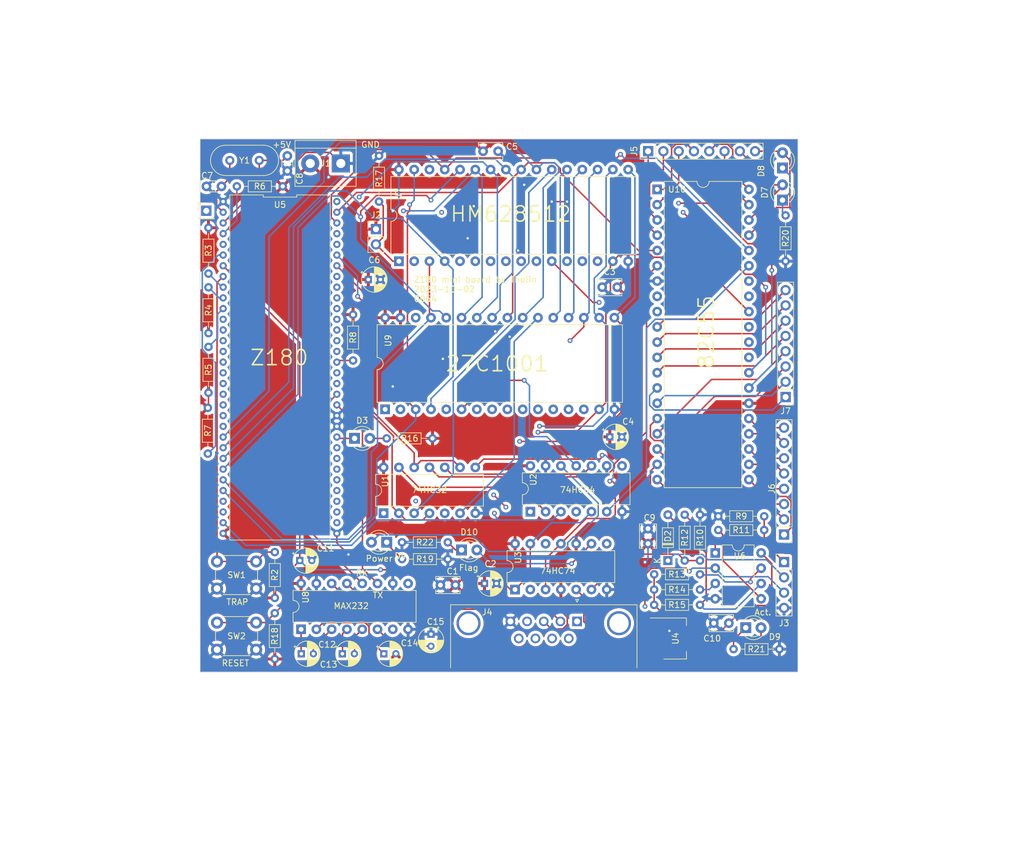
<source format=kicad_pcb>
(kicad_pcb (version 20221018) (generator pcbnew)
  (layers (0 "F.Cu" signal) (1 "In1.Cu" signal) (2 "In2.Cu" signal) (31 "B.Cu" signal) (34 "B.Paste" user) (35 "F.Paste" user) (36 "B.SilkS" user "B.Silkscreen") (37 "F.SilkS" user "F.Silkscreen") (38 "B.Mask" user) (39 "F.Mask" user) (44 "Edge.Cuts" user))
  (net 0 "")
  (net 1 "GND")
  (net 2 "+5V")
  (net 3 "Net-(U5-XTAL)")
  (net 4 "Net-(U5-EXTAL)")
  (net 5 "+3.3V")
  (net 6 "~{RESET}")
  (net 7 "Net-(U8-C1+)")
  (net 8 "Net-(U8-C1-)")
  (net 9 "Net-(U8-C2-)")
  (net 10 "Net-(U8-C2+)")
  (net 11 "Net-(U8-VS+)")
  (net 12 "Net-(U8-VS-)")
  (net 13 "ROMCLK")
  (net 14 "Net-(D2-A)")
  (net 15 "Net-(D3-K)")
  (net 16 "Net-(D3-A)")
  (net 17 "Net-(D4-K)")
  (net 18 "Net-(D4-A)")
  (net 19 "Net-(D7-A)")
  (net 20 "Net-(D8-A)")
  (net 21 "Net-(D9-K)")
  (net 22 "Net-(D9-A)")
  (net 23 "Net-(D10-K)")
  (net 24 "Net-(D10-A)")
  (net 25 "Net-(J2-Pin_2)")
  (net 26 "ROMDI")
  (net 27 "ROMDO")
  (net 29 "Net-(U8-T1OUT)")
  (net 30 "Net-(U8-R1IN)")
  (net 36 "Net-(J5-Pin_1)")
  (net 37 "Net-(J5-Pin_2)")
  (net 38 "Net-(J5-Pin_3)")
  (net 39 "Net-(J5-Pin_4)")
  (net 40 "Net-(J6-Pin_1)")
  (net 41 "Net-(J6-Pin_2)")
  (net 42 "Net-(J6-Pin_3)")
  (net 43 "Net-(J6-Pin_4)")
  (net 44 "Net-(J6-Pin_5)")
  (net 45 "Net-(J6-Pin_6)")
  (net 46 "Net-(J6-Pin_7)")
  (net 47 "Net-(J6-Pin_8)")
  (net 48 "Net-(J7-Pin_1)")
  (net 49 "Net-(J7-Pin_2)")
  (net 50 "Net-(J7-Pin_3)")
  (net 51 "Net-(J7-Pin_4)")
  (net 52 "Net-(J7-Pin_5)")
  (net 53 "Net-(J7-Pin_6)")
  (net 54 "Net-(J7-Pin_7)")
  (net 55 "Net-(J7-Pin_8)")
  (net 56 "~{NMI}")
  (net 57 "~{INT0}")
  (net 58 "~{INT1}")
  (net 59 "~{INT2}")
  (net 60 "Net-(U5-~{WAIT})")
  (net 61 "Net-(U5-~{BUSREQ})")
  (net 62 "Net-(U5-RXA1)")
  (net 63 "~{ROMCS}")
  (net 64 "Net-(U6-DI)")
  (net 65 "Net-(U6-~{CS})")
  (net 66 "Net-(U6-~{HOLD})")
  (net 67 "Net-(U6-~{WP})")
  (net 68 "A18")
  (net 69 "~{MREQ}")
  (net 70 "Net-(U7-~{CS})")
  (net 71 "Net-(U1-Pad1)")
  (net 72 "Net-(U9-CE)")
  (net 74 "~{IOREQ}")
  (net 75 "Net-(U1-Pad10)")
  (net 76 "Net-(U10-~{CS})")
  (net 77 "Net-(U1-Pad13)")
  (net 78 "A5")
  (net 79 "Net-(U10-RESET)")
  (net 80 "Net-(U3A-C)")
  (net 81 "A6")
  (net 82 "D0")
  (net 84 "D1")
  (net 87 "A0")
  (net 88 "A1")
  (net 89 "A2")
  (net 90 "A3")
  (net 91 "A4")
  (net 92 "A7")
  (net 93 "A8")
  (net 94 "A9")
  (net 95 "A10")
  (net 96 "A11")
  (net 97 "A12")
  (net 98 "A13")
  (net 99 "A14")
  (net 100 "A15")
  (net 101 "A16")
  (net 102 "A17")
  (net 103 "D2")
  (net 104 "D3")
  (net 105 "D4")
  (net 106 "D5")
  (net 107 "D6")
  (net 108 "D7")
  (net 109 "TX0")
  (net 110 "RX0")
  (net 120 "~{WR}")
  (net 121 "~{RD}")
  (net 122 "CLK")
  (net 127 "Net-(D7-K)")
  (net 128 "Net-(J5-Pin_6)")
  (net 129 "Net-(J5-Pin_5)")
  (footprint "Capacitor_THT:CP_Radial_D4.0mm_P2.00mm" (layer "F.Cu") (at 120.65 96.52)
    (fp_text reference "C4")
    (fp_text value "1µF")
  )
  (footprint "Package_DIP:DIP-32_W15.24mm" (layer "F.Cu") (at 83.312 91.948 90)
    (fp_text reference "U9")
    (fp_text value "SST39SF010")
  )
  (footprint "Resistor_THT:R_Axial_DIN0204_L3.6mm_D1.6mm_P7.62mm_Horizontal" (layer "F.Cu") (at 128.016 124.46)
    (fp_text reference "R15")
    (fp_text value "1K")
  )
  (footprint "Package_TO_SOT_SMD:SOT-223-3_TabPin2" (layer "F.Cu") (at 131.47 130.048)
    (fp_text reference "U4")
    (fp_text value "AMS1117-3.3")
  )
  (footprint "Package_DIP:DIP-32_W15.24mm" (layer "F.Cu") (at 85.598 67.315 90)
    (fp_text reference "U7")
    (fp_text value "HM628512")
  )
  (footprint "Crystal:Crystal_HC18-U_Vertical" (layer "F.Cu") (at 62.394 50.546 180)
    (fp_text reference "Y1")
    (fp_text value "6MHz")
  )
  (footprint "Resistor_THT:R_Axial_DIN0204_L3.6mm_D1.6mm_P7.62mm_Horizontal" (layer "F.Cu") (at 133.096 109.474 -90)
    (fp_text reference "R12")
    (fp_text value "1K")
  )
  (footprint "Capacitor_THT:C_Disc_D3.0mm_W1.6mm_P2.50mm" (layer "F.Cu") (at 67.056 52.304 90)
    (fp_text reference "C8")
    (fp_text value "22pF")
  )
  (footprint "Connector_Dsub:DSUB-9_Female_Horizontal_P2.77x2.84mm_EdgePinOffset4.94mm_Housed_MountingHolesOffset7.48mm" (layer "F.Cu") (at 115.214 127.208)
    (fp_text reference "J4")
    (fp_text value "DE9_Receptacle")
  )
  (footprint "TerminalBlock:TerminalBlock_bornier-2_P5.08mm" (layer "F.Cu") (at 75.946 51.054 180)
    (fp_text reference "J1")
    (fp_text value "Screw_Terminal_01x02")
  )
  (footprint "Resistor_THT:R_Axial_DIN0204_L3.6mm_D1.6mm_P7.62mm_Horizontal" (layer "F.Cu") (at 86.111 116.85)
    (fp_text reference "R19")
    (fp_text value "4.7K")
  )
  (footprint "Resistor_THT:R_Axial_DIN0204_L3.6mm_D1.6mm_P7.62mm_Horizontal" (layer "F.Cu") (at 53.952 81.562 -90)
    (fp_text reference "R5")
    (fp_text value "4.7K")
  )
  (footprint "Resistor_THT:R_Axial_DIN0204_L3.6mm_D1.6mm_P7.62mm_Horizontal" (layer "F.Cu") (at 64.972 125.844 -90)
    (fp_text reference "R18")
    (fp_text value "4.7K")
  )
  (footprint "Package_DIP:DIP-14_W7.62mm" (layer "F.Cu") (at 104.897 121.91 90)
    (fp_text reference "U3")
    (fp_text value "74HC74")
  )
  (footprint "Resistor_THT:R_Axial_DIN0204_L3.6mm_D1.6mm_P7.62mm_Horizontal" (layer "F.Cu") (at 138.684 109.728)
    (fp_text reference "R9")
    (fp_text value "1K")
  )
  (footprint "Resistor_THT:R_Axial_DIN0204_L3.6mm_D1.6mm_P7.62mm_Horizontal" (layer "F.Cu") (at 77.978 83.82 90)
    (fp_text reference "R8")
    (fp_text value "4.7K")
  )
  (footprint "Capacitor_THT:CP_Radial_D4.0mm_P2.00mm" (layer "F.Cu") (at 80.518 70.358)
    (fp_text reference "C6")
    (fp_text value "1µF")
  )
  (footprint "Connector_PinHeader_2.54mm:PinHeader_1x08_P2.54mm_Vertical" (layer "F.Cu") (at 149.86 89.901 180)
    (fp_text reference "J7")
    (fp_text value "Conn_01x08")
  )
  (footprint "LED_THT:LED_D3.0mm" (layer "F.Cu") (at 149.352 57.155 90)
    (fp_text reference "D7")
    (fp_text value "LED")
  )
  (footprint "Capacitor_THT:CP_Radial_D4.0mm_P2.00mm" (layer "F.Cu") (at 69.131401 117.094)
    (fp_text reference "C11")
    (fp_text value "10µF")
  )
  (footprint "Resistor_THT:R_Axial_DIN0204_L3.6mm_D1.6mm_P7.62mm_Horizontal" (layer "F.Cu") (at 82.296 49.784 -90)
    (fp_text reference "R17")
    (fp_text value "4.7K")
  )
  (footprint "Capacitor_THT:C_Disc_D3.8mm_W2.6mm_P2.50mm" (layer "F.Cu") (at 102.088 49.022 180)
    (fp_text reference "C5")
    (fp_text value "100nF")
  )
  (footprint "Capacitor_THT:CP_Radial_D4.0mm_P2.00mm" (layer "F.Cu") (at 83.1014 132.588)
    (fp_text reference "C14")
    (fp_text value "10µF")
  )
  (footprint "Capacitor_THT:C_Disc_D3.8mm_W2.6mm_P2.50mm" (layer "F.Cu") (at 137.932 127.498)
    (fp_text reference "C10")
    (fp_text value "100nF")
  )
  (footprint "Connector_PinHeader_2.54mm:PinHeader_1x08_P2.54mm_Vertical" (layer "F.Cu") (at 127.015 49.022 90)
    (fp_text reference "J5")
    (fp_text value "Conn_01x08")
  )
  (footprint "Resistor_THT:R_Axial_DIN0204_L3.6mm_D1.6mm_P7.62mm_Horizontal" (layer "F.Cu") (at 135.636 121.92 180)
    (fp_text reference "R14")
    (fp_text value "4.7K")
  )
  (footprint "Resistor_THT:R_Axial_DIN0204_L3.6mm_D1.6mm_P7.62mm_Horizontal" (layer "F.Cu") (at 66.294 54.864 180)
    (fp_text reference "R6")
    (fp_text value "4.7K")
  )
  (footprint "Package_DIP:DIP-14_W7.62mm" (layer "F.Cu") (at 107.442 108.966 90)
    (fp_text reference "U2")
    (fp_text value "74HC04")
  )
  (footprint "Diode_THT:D_DO-34_SOD68_P7.62mm_Horizontal" (layer "F.Cu") (at 130.302 117.099 90)
    (fp_text reference "D2")
    (fp_text value "1N4148")
  )
  (footprint "Capacitor_THT:CP_Radial_D4.0mm_P2.00mm" (layer "F.Cu") (at 90.932 129.329401 -90)
    (fp_text reference "C15")
    (fp_text value "10µF")
  )
  (footprint "Button_Switch_THT:SW_PUSH_6mm" (layer "F.Cu") (at 55.372 117.244)
    (fp_text reference "SW1")
    (fp_text value "SW_Push")
  )
  (footprint "Connector_PinHeader_2.54mm:PinHeader_1x02_P2.54mm_Vertical" (layer "F.Cu") (at 81.788 61.976)
    (fp_text reference "J2")
    (fp_text value "Conn_01x02_Pin")
  )
  (footprint "Resistor_THT:R_Axial_DIN0204_L3.6mm_D1.6mm_P7.62mm_Horizontal" (layer "F.Cu") (at 149.86 59.69 -90)
    (fp_text reference "R20")
    (fp_text value "4.7K")
  )
  (footprint "Package_DIP:DIP-40_W15.24mm" (layer "F.Cu") (at 128.524 55.372)
    (fp_text reference "U10")
    (fp_text value "82C55A")
  )
  (footprint "Resistor_THT:R_Axial_DIN0204_L3.6mm_D1.6mm_P7.62mm_Horizontal" (layer "F.Cu") (at 53.848 91.694 -90)
    (fp_text reference "R7")
    (fp_text value "4.7K")
  )
  (footprint "Button_Switch_THT:SW_PUSH_6mm" (layer "F.Cu") (at 55.372 127.404)
    (fp_text reference "SW2")
    (fp_text value "SW_Push")
  )
  (footprint "LED_THT:LED_D3.0mm" (layer "F.Cu") (at 78.227 96.774)
    (fp_text reference "D3")
    (fp_text value "LED")
  )
  (footprint "Capacitor_THT:C_Disc_D3.8mm_W2.6mm_P2.50mm" (layer "F.Cu") (at 119.38 71.628)
    (fp_text reference "C3")
    (fp_text value "100nF")
  )
  (footprint "Package_DIP:DIP-8_W7.62mm" (layer "F.Cu") (at 138.176 115.824)
    (fp_text reference "U6")
    (fp_text value "W25Q32")
  )
  (footprint "Resistor_THT:R_Axial_DIN0204_L3.6mm_D1.6mm_P7.62mm_Horizontal" (layer "F.Cu") (at 83.566 96.774)
    (fp_text reference "R16")
    (fp_text value "4.7K")
  )
  (footprint "Capacitor_THT:CP_Radial_D4.0mm_P2.00mm" (layer "F.Cu") (at 69.385401 132.588)
    (fp_text reference "C12")
    (fp_text value "10µF")
  )
  (footprint "LED_THT:LED_D3.0mm" (layer "F.Cu") (at 96.012 115.326)
    (fp_text reference "D10")
    (fp_text value "LED")
  )
  (footprint "Capacitor_THT:C_Disc_D3.8mm_W2.6mm_P2.50mm" (layer "F.Cu") (at 127 111.78 -90)
    (fp_text reference "C9")
    (fp_text value "100nF")
  )
  (footprint "Package_DIP:DIP-14_W7.62mm" (layer "F.Cu") (at 83.058 109.22 90)
    (fp_text reference "U1")
    (fp_text value "74HC32")
  )
  (footprint "LED_THT:LED_D3.0mm" (layer "F.Cu") (at 149.352 51.816 90)
    (fp_text reference "D8")
    (fp_text value "LED")
  )
  (footprint "Capacitor_THT:CP_Radial_D4.0mm_P2.00mm" (layer "F.Cu") (at 99.822 120.904)
    (fp_text reference "C2")
    (fp_text value "1µF")
  )
  (footprint "Resistor_THT:R_Axial_DIN0204_L3.6mm_D1.6mm_P7.62mm_Horizontal" (layer "F.Cu") (at 135.636 119.38 180)
    (fp_text reference "R13")
    (fp_text value "4.7K")
  )
  (footprint "Resistor_THT:R_Axial_DIN0204_L3.6mm_D1.6mm_P7.62mm_Horizontal" (layer "F.Cu") (at 53.952 71.656 -90)
    (fp_text reference "R4")
    (fp_text value "4.7K")
  )
  (footprint "Connector_PinHeader_2.54mm:PinHeader_1x08_P2.54mm_Vertical" (layer "F.Cu") (at 149.606 112.776 180)
    (fp_text reference "J6")
    (fp_text value "Conn_01x08")
  )
  (footprint "Resistor_THT:R_Axial_DIN0204_L3.6mm_D1.6mm_P7.62mm_Horizontal" (layer "F.Cu") (at 135.636 117.094 90)
    (fp_text reference "R10")
    (fp_text value "1K")
  )
  (footprint "Capacitor_THT:C_Disc_D3.0mm_W1.6mm_P2.50mm" (layer "F.Cu") (at 53.614 54.864)
    (fp_text reference "C7")
    (fp_text value "22pF")
  )
  (footprint "Capacitor_THT:CP_Radial_D4.0mm_P2.00mm" (layer "F.Cu") (at 76.2 132.588)
    (fp_text reference "C13")
    (fp_text value "10µF")
  )
  (footprint "TholinsStuff:DIP-64_744" (layer "F.Cu") (at 65.838 84.982 -90)
    (fp_text reference "U5")
    (fp_text value "Z180")
  )
  (footprint "Capacitor_THT:C_Disc_D3.8mm_W2.6mm_P2.50mm" (layer "F.Cu") (at 92.496 121.158)
    (fp_text reference "C1")
    (fp_text value "100nF")
  )
  (footprint "LED_THT:LED_D3.0mm" (layer "F.Cu") (at 143.241 128.26)
    (fp_text reference "D9")
    (fp_text value "LED")
  )
  (footprint "Resistor_THT:R_Axial_DIN0204_L3.6mm_D1.6mm_P7.62mm_Horizontal" (layer "F.Cu") (at 53.952 69.37 90)
    (fp_text reference "R3")
    (fp_text value "4.7K")
  )
  (footprint "Resistor_THT:R_Axial_DIN0204_L3.6mm_D1.6mm_P7.62mm_Horizontal" (layer "F.Cu") (at 141.214 131.816)
    (fp_text reference "R21")
    (fp_text value "4.7K")
  )
  (footprint "Resistor_THT:R_Axial_DIN0204_L3.6mm_D1.6mm_P7.62mm_Horizontal" (layer "F.Cu") (at 138.684 112.014)
    (fp_text reference "R11")
    (fp_text value "1K")
  )
  (footprint "Package_DIP:DIP-16_W7.62mm" (layer "F.Cu") (at 69.342 128.524 90)
    (fp_text reference "U8")
    (fp_text value "MAX232")
  )
  (footprint "Connector_PinHeader_2.54mm:PinHeader_1x01_P2.54mm_Vertical" (layer "F.Cu") (at 53.594 58.928)
    (fp_text reference "J8" hide)
    (fp_text value "Conn_01x01" hide)
  )
  (footprint "Connector_PinHeader_2.54mm:PinHeader_1x04_P2.54mm_Vertical" (layer "F.Cu") (at 149.606 117.348)
    (fp_text reference "J3")
    (fp_text value "Conn_01x04")
  )
  (footprint "LED_THT:LED_D3.0mm" (layer "F.Cu") (at 83.571 114.046 180)
    (fp_text reference "D4")
    (fp_text value "LED")
  )
  (footprint "Resistor_THT:R_Axial_DIN0204_L3.6mm_D1.6mm_P7.62mm_Horizontal" (layer "F.Cu") (at 64.972 115.684 -90)
    (fp_text reference "R2")
    (fp_text value "4.7K")
  )
  (footprint "Resistor_THT:R_Axial_DIN0204_L3.6mm_D1.6mm_P7.62mm_Horizontal" (layer "F.Cu") (at 93.731 114.056 180)
    (fp_text reference "R22")
    (fp_text value "4.7K")
  )
  (gr_rect (start 52.578 46.99) (end 151.892 135.636) (stroke (width 0.1)) (fill none) (layer "Edge.Cuts"))
  (gr_text "RX" (at 78.359 119.761) (layer "F.SilkS") (effects (font (size 1 1)) (justify left bottom)))
  (gr_text "TX" (at 81.153 123.444) (layer "F.SilkS") (effects (font (size 1 1)) (justify left bottom)))
  (gr_text "Power" (at 80.01 117.348) (layer "F.SilkS") (effects (font (size 1 1)) (justify left bottom)))
  (gr_text "Flag" (at 95.504 118.872) (layer "F.SilkS") (effects (font (size 1 1)) (justify left bottom)))
  (gr_text "74HC32" (at 87.63 105.918) (layer "F.SilkS") (effects (font (size 1 1)) (justify left bottom)))
  (gr_text "82C55" (at 138.176 85.344 90) (layer "F.SilkS") (effects (font (size 2.54 2.54) (thickness 0.254)) (justify left bottom)))
  (gr_text "74HC04" (at 112.268 105.918) (layer "F.SilkS") (effects (font (size 1 1)) (justify left bottom)))
  (gr_text "RESET" (at 56.082 134.734) (layer "F.SilkS") (effects (font (size 1 1)) (justify left bottom)))
  (gr_text "27C1001" (at 93.218 85.852) (layer "F.SilkS") (effects (font (size 2.54 2.54) (thickness 0.254)) (justify left bottom)))
  (gr_text "HM628512" (at 93.98 60.96) (layer "F.SilkS") (effects (font (size 2.54 2.54) (thickness 0.254)) (justify left bottom)))
  (gr_text "74HC74" (at 108.966 119.38) (layer "F.SilkS") (effects (font (size 1 1)) (justify left bottom)))
  (gr_text "Z180 mini board by Tholin\n2023-10-02\n0064" (at 88.011 74.168) (layer "F.SilkS") (effects (font (size 1 1)) (justify left bottom)))
  (gr_text "Act." (at 144.607487 126.272341) (layer "F.SilkS") (effects (font (size 1 1)) (justify left bottom)))
  (gr_text "GND" (at 79.248 48.514) (layer "F.SilkS") (effects (font (size 1 1)) (justify left bottom)))
  (gr_text "Z180" (at 60.706 84.836) (layer "F.SilkS") (effects (font (size 2.54 2.54) (thickness 0.254)) (justify left bottom)))
  (gr_text "MAX232" (at 74.676 125.222) (layer "F.SilkS") (effects (font (size 1 1)) (justify left bottom)))
  (gr_text "TRAP" (at 56.844 124.574) (layer "F.SilkS") (effects (font (size 1 1)) (justify left bottom)))
  (gr_text "+5V" (at 64.516 48.514) (layer "F.SilkS") (effects (font (size 1 1)) (justify left bottom)))
  (segment (start 70.11006 49.229) (end 67.056 52.28306) (width 0.25) (layer "F.Cu") (net 1))
  (segment (start 129.526 127.748) (end 130.556 128.778) (width 0.25) (layer "F.Cu") (net 1))
  (segment (start 75.288 114.15) (end 77.216 116.078) (width 0.25) (layer "F.Cu") (net 1))
  (segment (start 67.056 52.28306) (end 67.056 52.304) (width 0.25) (layer "F.Cu") (net 1))
  (segment (start 110.998 57.404) (end 113.538 57.404) (width 0.25) (layer "F.Cu") (net 1))
  (segment (start 75.946 51.054) (end 74.121 49.229) (width 0.25) (layer "F.Cu") (net 1))
  (segment (start 128.32 127.748) (end 129.526 127.748) (width 0.25) (layer "F.Cu") (net 1))
  (segment (start 74.121 49.229) (end 70.11006 49.229) (width 0.25) (layer "F.Cu") (net 1))
  (segment (start 75.288 112.572) (end 75.288 114.15) (width 0.25) (layer "F.Cu") (net 1))
  (via (at 105.41 65.532) (size 0.8) (drill 0.4) (layers "F.Cu" "B.Cu") (net 1))
  (via (at 130.556 128.778) (size 0.8) (drill 0.4) (layers "F.Cu" "B.Cu") (net 1))
  (via (at 84.582 88.138) (size 0.8) (drill 0.4) (layers "F.Cu" "B.Cu") (net 1))
  (via (at 92.899417 83.550245) (size 0.8) (drill 0.4) (layers "F.Cu" "B.Cu") (net 1))
  (via (at 113.538 57.404) (size 0.8) (drill 0.4) (layers "F.Cu" "B.Cu") (net 1))
  (via (at 110.998 57.404) (size 0.8) (drill 0.4) (layers "F.Cu" "B.Cu") (net 1))
  (via (at 77.216 116.078) (size 0.8) (drill 0.4) (layers "F.Cu" "B.Cu") (net 1))
  (via (at 106.426 54.61) (size 0.8) (drill 0.4) (layers "F.Cu" "B.Cu") (net 1))
  (via (at 98.044 58.166) (size 0.8) (drill 0.4) (layers "F.Cu" "B.Cu") (net 1))
  (via (at 104.000251 79.865321) (size 0.8) (drill 0.4) (layers "F.Cu" "B.Cu") (net 1))
  (via (at 101.6 78.994) (size 0.8) (drill 0.4) (layers "F.Cu" "B.Cu") (net 1))
  (via (at 97.028 63.5) (size 0.8) (drill 0.4) (layers "F.Cu" "B.Cu") (net 1))
  (segment (start 53.952 91.59) (end 53.848 91.694) (width 0.25) (layer "F.Cu") (net 2))
  (segment (start 53.952 89.182) (end 53.952 91.59) (width 0.25) (layer "F.Cu") (net 2))
  (via (at 126.492 117.348) (size 0.8) (drill 0.4) (layers "F.Cu" "B.Cu") (net 2))
  (via (at 84.582 58.928) (size 0.8) (drill 0.4) (layers "F.Cu" "B.Cu") (net 2))
  (via (at 73.914 53.34) (size 0.8) (drill 0.4) (layers "F.Cu" "B.Cu") (net 2))
  (segment (start 127 116.84) (end 126.492 117.348) (width 0.25) (layer "B.Cu") (net 2))
  (segment (start 85.598 52.075) (end 85.598 57.912) (width 0.25) (layer "B.Cu") (net 2))
  (segment (start 127 114.28) (end 127 116.84) (width 0.25) (layer "B.Cu") (net 2))
  (segment (start 85.598 57.912) (end 84.582 58.928) (width 0.25) (layer "B.Cu") (net 2))
  (segment (start 55.314001 58.098001) (end 56.388 59.172) (width 0.25) (layer "F.Cu") (net 3))
  (segment (start 57.494 50.546) (end 57.494 53.484) (width 0.25) (layer "F.Cu") (net 3))
  (segment (start 57.494 53.484) (end 56.114 54.864) (width 0.25) (layer "F.Cu") (net 3))
  (segment (start 55.314001 55.663999) (end 55.314001 58.098001) (width 0.25) (layer "F.Cu") (net 3))
  (segment (start 56.114 54.864) (end 55.314001 55.663999) (width 0.25) (layer "F.Cu") (net 3))
  (segment (start 66.314 50.546) (end 67.056 49.804) (width 0.25) (layer "F.Cu") (net 4))
  (segment (start 62.394 50.546) (end 62.394 54.946) (width 0.25) (layer "F.Cu") (net 4))
  (segment (start 62.394 54.946) (end 56.388 60.952) (width 0.25) (layer "F.Cu") (net 4))
  (segment (start 62.394 50.546) (end 66.314 50.546) (width 0.25) (layer "F.Cu") (net 4))
  (segment (start 140.432 127.498) (end 143.361 124.569) (width 0.25) (layer "F.Cu") (net 5))
  (segment (start 147.574 123.698) (end 147.574 117.602) (width 0.25) (layer "F.Cu") (net 5))
  (segment (start 128.016 121.92) (end 128.016 124.46) (width 0.25) (layer "F.Cu") (net 5))
  (segment (start 143.361 124.569) (end 146.703 124.569) (width 0.25) (layer "F.Cu") (net 5))
  (segment (start 128.016 119.38) (end 128.016 121.92) (width 0.25) (layer "F.Cu") (net 5))
  (segment (start 134.62 130.048) (end 128.32 130.048) (width 0.25) (layer "F.Cu") (net 5))
  (segment (start 146.703 124.569) (end 147.574 123.698) (width 0.25) (layer "F.Cu") (net 5))
  (segment (start 134.62 130.048) (end 137.882 130.048) (width 0.25) (layer "F.Cu") (net 5))
  (segment (start 128.016 124.46) (end 133.604 130.048) (width 0.25) (layer "F.Cu") (net 5))
  (segment (start 137.882 130.048) (end 140.432 127.498) (width 0.25) (layer "F.Cu") (net 5))
  (segment (start 133.604 130.048) (end 134.62 130.048) (width 0.25) (layer "F.Cu") (net 5))
  (segment (start 147.574 117.602) (end 145.796 115.824) (width 0.25) (layer "F.Cu") (net 5))
  (segment (start 63.412 127.404) (end 64.972 125.844) (width 0.25) (layer "F.Cu") (net 6))
  (segment (start 107.437 114.29) (end 107.437 119.37) (width 0.25) (layer "F.Cu") (net 6))
  (segment (start 66.802 124.014) (end 66.802 119.423401) (width 0.25) (layer "F.Cu") (net 6))
  (segment (start 69.131401 117.094) (end 69.131401 80.815401) (width 0.25) (layer "F.Cu") (net 6))
  (segment (start 107.437 119.37) (end 104.897 121.91) (width 0.25) (layer "F.Cu") (net 6))
  (segment (start 64.972 125.844) (end 66.802 124.014) (width 0.25) (layer "F.Cu") (net 6))
  (segment (start 100.844148 118.618) (end 82.55 118.618) (width 0.25) (layer "F.Cu") (net 6))
  (segment (start 104.897 121.91) (end 104.136148 121.91) (width 0.25) (layer "F.Cu") (net 6))
  (segment (start 61.872 127.404) (end 63.412 127.404) (width 0.25) (layer "F.Cu") (net 6))
  (segment (start 69.131401 80.815401) (end 56.388 68.072) (width 0.25) (layer "F.Cu") (net 6))
  (segment (start 104.136148 121.91) (end 100.844148 118.618) (width 0.25) (layer "F.Cu") (net 6))
  (segment (start 55.372 127.404) (end 61.872 127.404) (width 0.25) (layer "F.Cu") (net 6))
  (segment (start 66.802 119.423401) (end 69.131401 117.094) (width 0.25) (layer "F.Cu") (net 6))
  (via (at 82.55 118.618) (size 0.8) (drill 0.4) (layers "F.Cu" "B.Cu") (net 6))
  (segment (start 70.655401 118.618) (end 69.131401 117.094) (width 0.25) (layer "B.Cu") (net 6))
  (segment (start 115.773 110.795) (end 110.932 110.795) (width 0.25) (layer "B.Cu") (net 6))
  (segment (start 117.602 108.966) (end 115.773 110.795) (width 0.25) (layer "B.Cu") (net 6))
  (segment (start 110.932 110.795) (end 107.437 114.29) (width 0.25) (layer "B.Cu") (net 6))
  (segment (start 82.55 118.618) (end 70.655401 118.618) (width 0.25) (layer "B.Cu") (net 6))
  (segment (start 69.342 132.544599) (end 69.385401 132.588) (width 0.25) (layer "F.Cu") (net 7))
  (segment (start 69.342 128.524) (end 69.342 132.544599) (width 0.25) (layer "F.Cu") (net 7))
  (segment (start 71.385401 131.560599) (end 74.422 128.524) (width 0.25) (layer "F.Cu") (net 8))
  (segment (start 71.385401 132.588) (end 71.385401 131.560599) (width 0.25) (layer "F.Cu") (net 8))
  (segment (start 78.232 132.588) (end 78.232 129.794) (width 0.25) (layer "F.Cu") (net 9))
  (segment (start 78.232 129.794) (end 79.502 128.524) (width 0.25) (layer "F.Cu") (net 9))
  (segment (start 76.232 129.254) (end 76.962 128.524) (width 0.25) (layer "F.Cu") (net 10))
  (segment (start 76.232 132.588) (end 76.232 129.254) (width 0.25) (layer "F.Cu") (net 10))
  (segment (start 79.967991 127.399) (end 80.627 128.058009) (width 0.25) (layer "F.Cu") (net 11))
  (segment (start 80.627 128.058009) (end 80.627 130.1136) (width 0.25) (layer "F.Cu") (net 11))
  (segment (start 73.007 127.399) (end 79.967991 127.399) (width 0.25) (layer "F.Cu") (net 11))
  (segment (start 71.882 128.524) (end 73.007 127.399) (width 0.25) (layer "F.Cu") (net 11))
  (segment (start 80.627 130.1136) (end 83.1014 132.588) (width 0.25) (layer "F.Cu") (net 11))
  (segment (start 82.042 128.524) (end 84.847401 131.329401) (width 0.25) (layer "F.Cu") (net 12))
  (segment (start 84.847401 131.329401) (end 90.932 131.329401) (width 0.25) (layer "F.Cu") (net 12))
  (segment (start 136.060569 116.069) (end 131.332 116.069) (width 0.25) (layer "B.Cu") (net 13))
  (segment (start 136.940569 116.949) (end 136.060569 116.069) (width 0.25) (layer "B.Cu") (net 13))
  (segment (start 131.332 116.069) (end 130.302 117.099) (width 0.25) (layer "B.Cu") (net 13))
  (segment (start 146.667 116.949) (end 136.940569 116.949) (width 0.25) (layer "B.Cu") (net 13))
  (segment (start 149.606 119.888) (end 146.667 116.949) (width 0.25) (layer "B.Cu") (net 13))
  (segment (start 136.661 115.838) (end 136.661 123.435) (width 0.25) (layer "F.Cu") (net 14))
  (segment (start 136.661 123.435) (end 135.636 124.46) (width 0.25) (layer "F.Cu") (net 14))
  (segment (start 130.302 109.479) (end 136.661 115.838) (width 0.25) (layer "F.Cu") (net 14))
  (segment (start 141.54 125.16) (end 145.796 120.904) (width 0.25) (layer "B.Cu") (net 14))
  (segment (start 136.336 125.16) (end 141.54 125.16) (width 0.25) (layer "B.Cu") (net 14))
  (segment (start 135.636 124.46) (end 136.336 125.16) (width 0.25) (layer "B.Cu") (net 14))
  (segment (start 78.227 96.774) (end 75.51 96.774) (width 0.25) (layer "F.Cu") (net 15))
  (segment (start 75.51 96.774) (end 75.288 96.552) (width 0.25) (layer "F.Cu") (net 15))
  (segment (start 80.767 96.774) (end 83.566 96.774) (width 0.25) (layer "F.Cu") (net 16))
  (segment (start 83.571 114.046) (end 83.571 114.31) (width 0.25) (layer "F.Cu") (net 17))
  (segment (start 83.571 114.31) (end 86.111 116.85) (width 0.25) (layer "F.Cu") (net 17))
  (segment (start 100.528412 115.57) (end 97.779412 112.821) (width 0.25) (layer "B.Cu") (net 18))
  (segment (start 118.727 109.619) (end 115.181 113.165) (width 0.25) (layer "B.Cu") (net 18))
  (segment (start 97.779412 112.821) (end 82.256 112.821) (width 0.25) (layer "B.Cu") (net 18))
  (segment (start 113.642 114.755991) (end 112.827991 115.57) (width 0.25) (layer "B.Cu") (net 18))
  (segment (start 115.181 113.165) (end 114.591009 113.165) (width 0.25) (layer "B.Cu") (net 18))
  (segment (start 112.522 101.346) (end 118.727 107.551) (width 0.25) (layer "B.Cu") (net 18))
  (segment (start 118.727 107.551) (end 118.727 109.619) (width 0.25) (layer "B.Cu") (net 18))
  (segment (start 114.591009 113.165) (end 113.642 114.114009) (width 0.25) (layer "B.Cu") (net 18))
  (segment (start 112.827991 115.57) (end 100.528412 115.57) (width 0.25) (layer "B.Cu") (net 18))
  (segment (start 113.642 114.114009) (end 113.642 114.755991) (width 0.25) (layer "B.Cu") (net 18))
  (segment (start 82.256 112.821) (end 81.031 114.046) (width 0.25) (layer "B.Cu") (net 18))
  (segment (start 149.352 54.864) (end 149.352 54.615) (width 0.25) (layer "F.Cu") (net 19))
  (segment (start 147.848 54.615) (end 149.352 54.615) (width 0.25) (layer "F.Cu") (net 19))
  (segment (start 143.764 60.452) (end 149.352 54.864) (width 0.25) (layer "F.Cu") (net 19))
  (segment (start 142.255 49.022) (end 147.848 54.615) (width 0.25) (layer "F.Cu") (net 19))
  (segment (start 148.376 58.38) (end 150.577 58.38) (width 0.25) (layer "F.Cu") (net 20))
  (segment (start 143.764 62.992) (end 148.376 58.38) (width 0.25) (layer "F.Cu") (net 20))
  (segment (start 150.577 58.38) (end 150.577 50.501) (width 0.25) (layer "F.Cu") (net 20))
  (segment (start 144.795 49.022) (end 149.098 49.022) (width 0.25) (layer "F.Cu") (net 20))
  (segment (start 150.577 50.501) (end 149.352 49.276) (width 0.25) (layer "F.Cu") (net 20))
  (segment (start 149.098 49.022) (end 149.352 49.276) (width 0.25) (layer "F.Cu") (net 20))
  (segment (start 141.214 131.816) (end 141.214 130.287) (width 0.25) (layer "F.Cu") (net 21))
  (segment (start 141.214 130.287) (end 143.241 128.26) (width 0.25) (layer "F.Cu") (net 21))
  (segment (start 122.936 133.858) (end 141.732 133.858) (width 0.25) (layer "F.Cu") (net 22))
  (segment (start 116.339 127.261) (end 122.936 133.858) (width 0.25) (layer "F.Cu") (net 22))
  (segment (start 141.732 133.858) (end 145.781 129.809) (width 0.25) (layer "F.Cu") (net 22))
  (segment (start 145.781 129.809) (end 145.781 128.26) (width 0.25) (layer "F.Cu") (net 22))
  (segment (start 115.057 121.91) (end 116.339 123.192) (width 0.25) (layer "F.Cu") (net 22))
  (segment (start 116.339 123.192) (end 116.339 127.261) (width 0.25) (layer "F.Cu") (net 22))
  (segment (start 95.001 115.326) (end 93.731 114.056) (width 0.25) (layer "F.Cu") (net 23))
  (segment (start 96.012 115.326) (end 95.001 115.326) (width 0.25) (layer "F.Cu") (net 23))
  (segment (start 114.3 117.587) (end 114.3 117.602) (width 0.25) (layer "F.Cu") (net 24))
  (segment (start 117.597 114.29) (end 114.3 117.587) (width 0.25) (layer "F.Cu") (net 24))
  (via (at 114.3 117.602) (size 0.8) (drill 0.4) (layers "F.Cu" "B.Cu") (net 24))
  (segment (start 100.828 117.602) (end 98.552 115.326) (width 0.25) (layer "B.Cu") (net 24))
  (segment (start 114.3 117.602) (end 100.828 117.602) (width 0.25) (layer "B.Cu") (net 24))
  (segment (start 82.996 58.104) (end 82.996 63.308) (width 0.25) (layer "F.Cu") (net 25))
  (segment (start 82.296 57.404) (end 82.996 58.104) (width 0.25) (layer "F.Cu") (net 25))
  (segment (start 82.996 63.308) (end 81.788 64.516) (width 0.25) (layer "F.Cu") (net 25))
  (segment (start 84.587 67.315) (end 85.598 67.315) (width 0.25) (layer "F.Cu") (net 25))
  (segment (start 81.788 64.516) (end 84.587 67.315) (width 0.25) (layer "F.Cu") (net 25))
  (segment (start 146.304 112.014) (end 146.304 114.046) (width 0.25) (layer "F.Cu") (net 26))
  (segment (start 146.304 109.728) (end 146.304 112.014) (width 0.25) (layer "F.Cu") (net 26))
  (segment (start 146.304 114.046) (end 149.606 117.348) (width 0.25) (layer "F.Cu") (net 26))
  (segment (start 133.341 118.355) (end 133.858 118.872) (width 0.25) (layer "F.Cu") (net 27))
  (segment (start 126.492 124.714) (end 126.492 119.454431) (width 0.25) (layer "F.Cu") (net 27))
  (segment (start 126.492 119.454431) (end 127.591431 118.355) (width 0.25) (layer "F.Cu") (net 27))
  (segment (start 127.591431 118.355) (end 133.341 118.355) (width 0.25) (layer "F.Cu") (net 27))
  (via (at 126.492 124.714) (size 0.8) (drill 0.4) (layers "F.Cu" "B.Cu") (net 27))
  (via (at 133.858 118.872) (size 0.8) (drill 0.4) (layers "F.Cu" "B.Cu") (net 27))
  (segment (start 139.591 119.779) (end 138.176 118.364) (width 0.25) (layer "B.Cu") (net 27))
  (segment (start 138.167 118.355) (end 138.176 118.364) (width 0.25) (layer "B.Cu") (net 27))
  (segment (start 149.606 122.428) (end 146.957 119.779) (width 0.25) (layer "B.Cu") (net 27))
  (segment (start 133.858 118.872) (end 134.375 118.355) (width 0.25) (layer "B.Cu") (net 27))
  (segment (start 134.375 118.355) (end 138.167 118.355) (width 0.25) (layer "B.Cu") (net 27))
  (segment (start 146.957 119.779) (end 139.591 119.779) (width 0.25) (layer "B.Cu") (net 27))
  (segment (start 74.422 120.904) (end 78.701 125.183) (width 0.25) (layer "F.Cu") (net 29))
  (segment (start 110.419 125.183) (end 112.444 127.208) (width 0.25) (layer "F.Cu") (net 29))
  (segment (start 78.701 125.183) (end 110.419 125.183) (width 0.25) (layer "F.Cu") (net 29))
  (segment (start 111.76 124.714) (end 80.772 124.714) (width 0.25) (layer "F.Cu") (net 30))
  (segment (start 113.569 127.731) (end 113.569 126.523) (width 0.25) (layer "F.Cu") (net 30))
  (segment (start 109.674 127.208) (end 110.937047 128.471047) (width 0.25) (layer "F.Cu") (net 30))
  (segment (start 110.937047 128.471047) (end 112.828953 128.471047) (width 0.25) (layer "F.Cu") (net 30))
  (segment (start 113.569 126.523) (end 111.76 124.714) (width 0.25) (layer "F.Cu") (net 30))
  (segment (start 80.772 124.714) (end 76.962 120.904) (width 0.25) (layer "F.Cu") (net 30))
  (segment (start 112.828953 128.471047) (end 113.569 127.731) (width 0.25) (layer "F.Cu") (net 30))
  (segment (start 127.015 51.039) (end 125.73 52.324) (width 0.25) (layer "F.Cu") (net 36))
  (segment (start 127.015 49.022) (end 127.015 51.039) (width 0.25) (layer "F.Cu") (net 36))
  (segment (start 125.73 60.198) (end 128.524 62.992) (width 0.25) (layer "F.Cu") (net 36))
  (segment (start 125.73 52.324) (end 125.73 60.198) (width 0.25) (layer "F.Cu") (net 36))
  (segment (start 129.555 52.091) (end 127.254 54.392) (width 0.25) (layer "F.Cu") (net 37))
  (segment (start 129.555 49.022) (end 129.555 52.091) (width 0.25) (layer "F.Cu") (net 37))
  (segment (start 127.254 59.182) (end 128.524 60.452) (width 0.25) (layer "F.Cu") (net 37))
  (segment (start 127.254 54.392) (end 127.254 59.182) (width 0.25) (layer "F.Cu") (net 37))
  (segment (start 132.095 49.022) (end 132.095 54.341) (width 0.25) (layer "F.Cu") (net 38))
  (segment (start 132.095 54.341) (end 128.524 57.912) (width 0.25) (layer "F.Cu") (net 38))
  (segment (start 130.92 48.535299) (end 131.608299 47.847) (width 0.25) (layer "F.Cu") (net 39))
  (segment (start 131.608299 47.847) (end 133.46 47.847) (width 0.25) (layer "F.Cu") (net 39))
  (segment (start 133.46 47.847) (end 134.635 49.022) (width 0.25) (layer "F.Cu") (net 39))
  (segment (start 129.574 55.372) (end 130.92 54.026) (width 0.25) (layer "F.Cu") (net 39))
  (segment (start 128.524 55.372) (end 129.574 55.372) (width 0.25) (layer "F.Cu") (net 39))
  (segment (start 130.92 54.026) (end 130.92 48.535299) (width 0.25) (layer "F.Cu") (net 39))
  (segment (start 149.997701 106.426) (end 136.398 106.426) (width 0.25) (layer "F.Cu") (net 40))
  (segment (start 149.606 112.776) (end 150.781 111.601) (width 0.25) (layer "F.Cu") (net 40))
  (segment (start 150.781 107.209299) (end 149.997701 106.426) (width 0.25) (layer "F.Cu") (net 40))
  (segment (start 136.398 106.426) (end 128.524 98.552) (width 0.25) (layer "F.Cu") (net 40))
  (segment (start 150.781 111.601) (end 150.781 107.209299) (width 0.25) (layer "F.Cu") (net 40))
  (segment (start 127.399 102.217) (end 127.399 104.539) (width 0.25) (layer "F.Cu") (net 41))
  (segment (start 131.006 108.146) (end 147.516 108.146) (width 0.25) (layer "F.Cu") (net 41))
  (segment (start 147.516 108.146) (end 149.606 110.236) (width 0.25) (layer "F.Cu") (net 41))
  (segment (start 127.399 104.539) (end 131.006 108.146) (width 0.25) (layer "F.Cu") (net 41))
  (segment (start 128.524 101.092) (end 127.399 102.217) (width 0.25) (layer "F.Cu") (net 41))
  (segment (start 149.606 107.696) (end 132.588 107.696) (width 0.25) (layer "F.Cu") (net 42))
  (segment (start 132.588 107.696) (end 128.524 103.632) (width 0.25) (layer "F.Cu") (net 42))
  (segment (start 149.606 105.156) (end 145.288 105.156) (width 0.25) (layer "F.Cu") (net 43))
  (segment (start 145.288 105.156) (end 143.764 103.632) (width 0.25) (layer "F.Cu") (net 43))
  (segment (start 143.764 101.092) (end 148.082 101.092) (width 0.25) (layer "F.Cu") (net 44))
  (segment (start 148.082 101.092) (end 149.606 102.616) (width 0.25) (layer "F.Cu") (net 44))
  (segment (start 149.606 100.076) (end 145.288 100.076) (width 0.25) (layer "F.Cu") (net 45))
  (segment (start 145.288 100.076) (end 143.764 98.552) (width 0.25) (layer "F.Cu") (net 45))
  (segment (start 143.764 96.012) (end 148.082 96.012) (width 0.25) (layer "F.Cu") (net 46))
  (segment (start 148.082 96.012) (end 149.606 97.536) (width 0.25) (layer "F.Cu") (net 46))
  (segment (start 145.288 94.996) (end 143.764 93.472) (width 0.25) (layer "F.Cu") (net 47))
  (segment (start 149.606 94.996) (end 145.288 94.996) (width 0.25) (layer "F.Cu") (net 47))
  (segment (start 128.058009 92.057) (end 127.254 91.252991) (width 0.25) (layer "B.Cu") (net 48))
  (segment (start 149.86 89.901) (end 147.704 92.057) (width 0.25) (layer "B.Cu") (net 48))
  (segment (start 127.254 91.252991) (end 127.254 89.662) (width 0.25) (layer "B.Cu") (net 48))
  (segment (start 147.704 92.057) (end 128.058009 92.057) (width 0.25) (layer "B.Cu") (net 48))
  (segment (start 127.254 89.662) (end 128.524 88.392) (width 0.25) (layer "B.Cu") (net 48))
  (segment (start 147.559 89.662) (end 129.794 89.662) (width 0.25) (layer "B.Cu") (net 49))
  (segment (start 129.794 89.662) (end 128.524 90.932) (width 0.25) (layer "B.Cu") (net 49))
  (segment (start 149.86 87.361) (end 147.559 89.662) (width 0.25) (layer "B.Cu") (net 49))
  (segment (start 127.399 96.477991) (end 127.399 94.597) (width 0.25) (layer "F.Cu") (net 50))
  (segment (start 144.889 89.792) (end 138.046 89.792) (width 0.25) (layer "F.Cu") (net 50))
  (segment (start 128.058009 97.137) (end 127.399 96.477991) (width 0.25) (layer "F.Cu") (net 50))
  (segment (start 130.701 97.137) (end 128.058009 97.137) (width 0.25) (layer "F.Cu") (net 50))
  (segment (start 149.86 84.821) (end 144.889 89.792) (width 0.25) (layer "F.Cu") (net 50))
  (segment (start 138.046 89.792) (end 130.701 97.137) (width 0.25) (layer "F.Cu") (net 50))
  (segment (start 127.399 94.597) (end 128.524 93.472) (width 0.25) (layer "F.Cu") (net 50))
  (segment (start 149.86 82.281) (end 145.164 86.977) (width 0.25) (layer "F.Cu") (net 51))
  (segment (start 145.164 86.977) (end 137.559 86.977) (width 0.25) (layer "F.Cu") (net 51))
  (segment (start 137.559 86.977) (end 128.524 96.012) (width 0.25) (layer "F.Cu") (net 51))
  (segment (start 149.86 79.741) (end 144.874 84.727) (width 0.25) (layer "F.Cu") (net 52))
  (segment (start 129.649 84.727) (end 128.524 85.852) (width 0.25) (layer "F.Cu") (net 52))
  (segment (start 144.874 84.727) (end 129.649 84.727) (width 0.25) (layer "F.Cu") (net 52))
  (segment (start 129.939 81.897) (end 128.524 83.312) (width 0.25) (layer "F.Cu") (net 53))
  (segment (start 149.86 77.201) (end 145.164 81.897) (width 0.25) (layer "F.Cu") (net 53))
  (segment (start 145.164 81.897) (end 129.939 81.897) (width 0.25) (layer "F.Cu") (net 53))
  (segment (start 129.939 79.357) (end 128.524 80.772) (width 0.25) (layer "F.Cu") (net 54))
  (segment (start 149.86 74.661) (end 145.164 79.357) (width 0.25) (layer "F.Cu") (net 54))
  (segment (start 145.164 79.357) (end 129.939 79.357) (width 0.25) (layer "F.Cu") (net 54))
  (segment (start 149.86 72.121) (end 145.019 76.962) (width 0.25) (layer "F.Cu") (net 55))
  (segment (start 145.019 76.962) (end 129.794 76.962) (width 0.25) (layer "F.Cu") (net 55))
  (segment (start 129.794 76.962) (end 128.524 78.232) (width 0.25) (layer "F.Cu") (net 55))
  (segment (start 61.872 117.244) (end 55.372 117.244) (width 0.25) (layer "F.Cu") (net 56))
  (segment (start 63.432 115.684) (end 61.872 117.244) (width 0.25) (layer "F.Cu") (net 56))
  (segment (start 55.372 70.868) (end 56.388 69.852) (width 0.25) (layer "F.Cu") (net 56))
  (segment (start 55.372 117.244) (end 55.372 70.868) (width 0.25) (layer "F.Cu") (net 56))
  (segment (start 64.972 115.684) (end 63.432 115.684) (width 0.25) (layer "F.Cu") (net 56))
  (segment (start 56.214 71.632) (end 56.388 71.632) (width 0.25) (layer "B.Cu") (net 57))
  (segment (start 53.952 69.37) (end 56.214 71.632) (width 0.25) (layer "B.Cu") (net 57))
  (segment (start 55.708 73.412) (end 56.388 73.412) (width 0.25) (layer "B.Cu") (net 58))
  (segment (start 53.952 71.656) (end 55.708 73.412) (width 0.25) (layer "B.Cu") (net 58))
  (segment (start 55.463 80.051) (end 55.463 76.117) (width 0.25) (layer "B.Cu") (net 59))
  (segment (start 53.952 81.562) (end 55.463 80.051) (width 0.25) (layer "B.Cu") (net 59))
  (segment (start 55.463 76.117) (end 56.388 75.192) (width 0.25) (layer "B.Cu") (net 59))
  (segment (start 58.674 54.864) (end 58.674 60.446) (width 0.25) (layer "B.Cu") (net 60))
  (segment (start 58.674 60.446) (end 56.388 62.732) (width 0.25) (layer "B.Cu") (net 60))
  (segment (start 55.580431 66.292) (end 56.388 66.292) (width 0.25) (layer "B.Cu") (net 61))
  (segment (start 52.927 68.945431) (end 55.580431 66.292) (width 0.25) (layer "B.Cu") (net 61))
  (segment (start 55.118 98.044) (end 55.118 84.177569) (width 0.25) (layer "B.Cu") (net 61))
  (segment (start 55.118 84.177569) (end 52.927 81.986569) (width 0.25) (layer "B.Cu") (net 61))
  (segment (start 53.848 99.314) (end 55.118 98.044) (width 0.25) (layer "B.Cu") (net 61))
  (segment (start 52.927 81.986569) (end 52.927 68.945431) (width 0.25) (layer "B.Cu") (net 61))
  (segment (start 77.978 83.82) (end 75.56 83.82) (width 0.25) (layer "F.Cu") (net 62))
  (segment (start 75.56 83.82) (end 75.288 84.092) (width 0.25) (layer "F.Cu") (net 62))
  (segment (start 117.597 121.91) (end 123.483 116.024) (width 0.25) (layer "F.Cu") (net 63))
  (segment (start 132.026 116.024) (end 133.096 117.094) (width 0.25) (layer "F.Cu") (net 63))
  (segment (start 123.483 116.024) (end 132.026 116.024) (width 0.25) (layer "F.Cu") (net 63))
  (segment (start 135.636 117.094) (end 133.096 117.094) (width 0.25) (layer "F.Cu") (net 63))
  (segment (start 139.384 112.714) (end 139.384 117.032) (width 0.25) (layer "F.Cu") (net 64))
  (segment (start 139.384 117.032) (end 145.796 123.444) (width 0.25) (layer "F.Cu") (net 64))
  (segment (start 138.684 112.014) (end 139.384 112.714) (width 0.25) (layer "F.Cu") (net 64))
  (segment (start 133.096 109.474) (end 138.176 114.554) (width 0.25) (layer "F.Cu") (net 65))
  (segment (start 138.176 114.554) (end 138.176 115.824) (width 0.25) (layer "F.Cu") (net 65))
  (segment (start 144.022299 120.645701) (end 144.022299 120.137701) (width 0.25) (layer "F.Cu") (net 66))
  (segment (start 144.022299 120.137701) (end 145.796 118.364) (width 0.25) (layer "F.Cu") (net 66))
  (via (at 144.022299 120.645701) (size 0.8) (drill 0.4) (layers "F.Cu" "B.Cu") (net 66))
  (segment (start 138.664604 119.489) (end 139.821305 120.645701) (width 0.25) (layer "B.Cu") (net 66))
  (segment (start 135.636 119.38) (end 135.745 119.489) (width 0.25) (layer "B.Cu") (net 66))
  (segment (start 139.821305 120.645701) (end 144.022299 120.645701) (width 0.25) (layer "B.Cu") (net 66))
  (segment (start 135.745 119.489) (end 138.664604 119.489) (width 0.25) (layer "B.Cu") (net 66))
  (segment (start 137.16 121.92) (end 138.176 120.904) (width 0.25) (layer "B.Cu") (net 67))
  (segment (start 135.636 121.92) (end 137.16 121.92) (width 0.25) (layer "B.Cu") (net 67))
  (via (at 101.473 109.22) (size 0.8) (drill 0.4) (layers "F.Cu" "B.Cu") (net 68))
  (segment (start 81.933 110.345) (end 77.724 114.554) (width 0.25) (layer "B.Cu") (net 68))
  (segment (start 112.522 108.966) (end 111.143 110.345) (width 0.25) (layer "B.Cu") (net 68))
  (segment (start 60.15 114.554) (end 56.388 110.792) (width 0.25) (layer "B.Cu") (net 68))
  (segment (start 101.473 109.583) (end 102.235 110.345) (width 0.25) (layer "B.Cu") (net 68))
  (segment (start 102.235 110.345) (end 81.933 110.345) (width 0.25) (layer "B.Cu") (net 68))
  (segment (start 101.473 109.22) (end 101.473 109.583) (width 0.25) (layer "B.Cu") (net 68))
  (segment (start 77.724 114.554) (end 60.15 114.554) (width 0.25) (layer "B.Cu") (net 68))
  (segment (start 111.143 110.345) (end 102.235 110.345) (width 0.25) (layer "B.Cu") (net 68))
  (segment (start 89.553 110.345) (end 86.723 110.345) (width 0.25) (layer "F.Cu") (net 69))
  (segment (start 84.473 108.095) (end 84.473 97.645) (width 0.25) (layer "F.Cu") (net 69))
  (segment (start 86.723 110.345) (end 85.598 109.22) (width 0.25) (layer "F.Cu") (net 69))
  (segment (start 84.473 97.645) (end 84.704876 97.413124) (width 0.25) (layer "F.Cu") (net 69))
  (segment (start 90.678 109.22) (end 89.553 110.345) (width 0.25) (layer "F.Cu") (net 69))
  (segment (start 84.704876 97.413124) (end 84.704876 96.397124) (width 0.25) (layer "F.Cu") (net 69))
  (segment (start 79.542 91.234248) (end 79.542 73.954) (width 0.25) (layer "F.Cu") (net 69))
  (segment (start 85.598 109.22) (end 84.473 108.095) (width 0.25) (layer "F.Cu") (net 69))
  (segment (start 79.542 73.954) (end 78.74 73.152) (width 0.25) (layer "F.Cu") (net 69))
  (segment (start 84.704876 96.397124) (end 79.542 91.234248) (width 0.25) (layer "F.Cu") (net 69))
  (via (at 78.74 73.152) (size 0.8) (drill 0.4) (layers "F.Cu" "B.Cu") (net 69))
  (segment (start 78.74 73.152) (end 78.74 69.744) (width 0.25) (layer "B.Cu") (net 69))
  (segment (start 78.74 69.744) (end 75.288 66.292) (width 0.25) (layer "B.Cu") (net 69))
  (segment (start 107.188 55.885) (end 110.998 52.075) (width 0.25) (layer "B.Cu") (net 70))
  (segment (start 104.902 77.028991) (end 104.902 69.921991) (width 0.25) (layer "B.Cu") (net 70))
  (segment (start 94.633 102.725) (end 94.633 87.297991) (width 0.25) (layer "B.Cu") (net 70))
  (segment (start 94.633 87.297991) (end 104.902 77.028991) (width 0.25) (layer "B.Cu") (net 70))
  (segment (start 107.188 67.635991) (end 107.188 55.885) (width 0.25) (layer "B.Cu") (net 70))
  (segment (start 88.138 109.22) (end 94.633 102.725) (width 0.25) (layer "B.Cu") (net 70))
  (segment (start 104.902 69.921991) (end 107.188 67.635991) (width 0.25) (layer "B.Cu") (net 70))
  (via (at 88.392 107.188) (size 0.8) (drill 0.4) (layers "F.Cu" "B.Cu") (net 71))
  (segment (start 95.758 109.22) (end 104.757 100.221) (width 0.25) (layer "B.Cu") (net 72))
  (segment (start 104.757 100.221) (end 104.757 80.663) (width 0.25) (layer "B.Cu") (net 72))
  (segment (start 104.757 80.663) (end 108.712 76.708) (width 0.25) (layer "B.Cu") (net 72))
  (segment (start 88.138 101.6) (end 88.138 99.193852) (width 0.25) (layer "F.Cu") (net 74))
  (segment (start 88.138 99.193852) (end 79.992 91.047852) (width 0.25) (layer "F.Cu") (net 74))
  (segment (start 79.992 91.047852) (end 79.992 72.776) (width 0.25) (layer "F.Cu") (net 74))
  (segment (start 88.138 101.6) (end 89.263 100.475) (width 0.25) (layer "F.Cu") (net 74))
  (segment (start 89.263 100.475) (end 94.633 100.475) (width 0.25) (layer "F.Cu") (net 74))
  (segment (start 94.633 100.475) (end 95.758 101.6) (width 0.25) (layer "F.Cu") (net 74))
  (segment (start 79.992 72.776) (end 75.288 68.072) (width 0.25) (layer "F.Cu") (net 74))
  (segment (start 116.223 102.725) (end 117.602 101.346) (width 0.25) (layer "F.Cu") (net 75))
  (segment (start 93.218 101.6) (end 94.343 102.725) (width 0.25) (layer "F.Cu") (net 75))
  (segment (start 94.343 102.725) (end 116.223 102.725) (width 0.25) (layer "F.Cu") (net 75))
  (segment (start 92.253 103.175) (end 119.903991 103.175) (width 0.25) (layer "F.Cu") (net 76))
  (segment (start 121.412 101.666991) (end 121.412 101.025009) (width 0.25) (layer "F.Cu") (net 76))
  (segment (start 119.903991 103.175) (end 121.412 101.666991) (width 0.25) (layer "F.Cu") (net 76))
  (segment (start 121.412 101.025009) (end 126.746 95.691009) (width 0.25) (layer "F.Cu") (net 76))
  (segment (start 126.746 95.691009) (end 126.746 69.85) (width 0.25) (layer "F.Cu") (net 76))
  (segment (start 126.746 69.85) (end 128.524 68.072) (width 0.25) (layer "F.Cu") (net 76))
  (segment (start 90.678 101.6) (end 92.253 103.175) (width 0.25) (layer "F.Cu") (net 76))
  (segment (start 88.9 104.902) (end 105.918 104.902) (width 0.25) (layer "F.Cu") (net 77))
  (segment (start 105.918 104.902) (end 109.982 108.966) (width 0.25) (layer "F.Cu") (net 77))
  (segment (start 85.598 101.6) (end 88.9 104.902) (width 0.25) (layer "F.Cu") (net 77))
  (segment (start 120.142 108.966) (end 126.746 102.362) (width 0.25) (layer "B.Cu") (net 79))
  (segment (start 128.203009 76.962) (end 134.874 76.962) (width 0.25) (layer "B.Cu") (net 79))
  (segment (start 134.874 76.962) (end 143.764 68.072) (width 0.25) (layer "B.Cu") (net 79))
  (segment (start 126.746 102.362) (end 126.746 78.419009) (width 0.25) (layer "B.Cu") (net 79))
  (segment (start 126.746 78.419009) (end 128.203009 76.962) (width 0.25) (layer "B.Cu") (net 79))
  (segment (start 121.557 109.431991) (end 121.557 104.394) (width 0.25) (layer "F.Cu") (net 80))
  (segment (start 120.65 103.886) (end 121.049 103.886) (width 0.25) (layer "F.Cu") (net 80))
  (segment (start 99.677 100.221) (end 119.017 100.221) (width 0.25) (layer "F.Cu") (net 80))
  (segment (start 119.38 99.858) (end 119.38 99.568) (width 0.25) (layer "F.Cu") (net 80))
  (segment (start 112.517 114.29) (end 116.716 110.091) (width 0.25) (layer "F.Cu") (net 80))
  (segment (start 116.716 110.091) (end 120.897991 110.091) (width 0.25) (layer "F.Cu") (net 80))
  (segment (start 98.298 101.6) (end 99.677 100.221) (width 0.25) (layer "F.Cu") (net 80))
  (segment (start 121.049 103.886) (end 121.557 104.394) (width 0.25) (layer "F.Cu") (net 80))
  (segment (start 109.977 116.83) (end 112.517 114.29) (width 0.25) (layer "F.Cu") (net 80))
  (segment (start 119.017 100.221) (end 119.38 99.858) (width 0.25) (layer "F.Cu") (net 80))
  (segment (start 120.897991 110.091) (end 121.557 109.431991) (width 0.25) (layer "F.Cu") (net 80))
  (segment (start 109.977 121.91) (end 109.977 116.83) (width 0.25) (layer "F.Cu") (net 80))
  (via (at 119.38 99.568) (size 0.8) (drill 0.4) (layers "F.Cu" "B.Cu") (net 80))
  (via (at 120.65 103.886) (size 0.8) (drill 0.4) (layers "F.Cu" "B.Cu") (net 80))
  (segment (start 119.954991 99.568) (end 121.267 100.880009) (width 0.25) (layer "B.Cu") (net 80))
  (segment (start 121.267 100.880009) (end 121.267 103.269) (width 0.25) (layer "B.Cu") (net 80))
  (segment (start 121.267 103.269) (end 120.65 103.886) (width 0.25) (layer "B.Cu") (net 80))
  (segment (start 119.38 99.568) (end 119.954991 99.568) (width 0.25) (layer "B.Cu") (net 80))
  (segment (start 100.838 87.122) (end 96.012 91.948) (width 0.25) (layer "F.Cu") (net 81))
  (segment (start 106.426 87.122) (end 100.838 87.122) (width 0.25) (layer "F.Cu") (net 81))
  (via (at 106.426 87.122) (size 0.8) (drill 0.4) (layers "F.Cu" "B.Cu") (net 81))
  (segment (start 115.062 101.346) (end 110.199 96.483) (width 0.25) (layer "B.Cu") (net 81))
  (segment (start 107.659 96.483) (end 107.297 96.121) (width 0.25) (layer "B.Cu") (net 81))
  (segment (start 110.199 96.483) (end 107.659 96.483) (width 0.25) (layer "B.Cu") (net 81))
  (segment (start 107.297 87.993) (end 106.426 87.122) (width 0.25) (layer "B.Cu") (net 81))
  (segment (start 107.297 96.121) (end 107.297 87.993) (width 0.25) (layer "B.Cu") (net 81))
  (segment (start 101.346 106.172) (end 103.378 108.204) (width 0.25) (layer "F.Cu") (net 84))
  (via (at 103.378 108.204) (size 0.8) (drill 0.4) (layers "F.Cu" "B.Cu") (net 84))
  (via (at 101.346 106.172) (size 0.8) (drill 0.4) (layers "F.Cu" "B.Cu") (net 84))
  (segment (start 110.998 67.315) (end 117.851 74.168) (width 0.25) (layer "F.Cu") (net 88))
  (segment (start 117.851 74.168) (end 118.872 74.168) (width 0.25) (layer "F.Cu") (net 88))
  (via (at 118.872 74.168) (size 0.8) (drill 0.4) (layers "F.Cu" "B.Cu") (net 88))
  (via (at 86.3532 58.9348) (size 0.8) (drill 0.4) (layers "F.Cu" "B.Cu") (net 93))
  (segment (start 99.423 53.2) (end 99.423 73.297) (width 0.25) (layer "B.Cu") (net 93))
  (segment (start 98.298 52.075) (end 99.423 53.2) (width 0.25) (layer "B.Cu") (net 93))
  (segment (start 91.4382 58.9348) (end 98.298 52.075) (width 0.25) (layer "B.Cu") (net 93))
  (segment (start 99.423 73.297) (end 96.012 76.708) (width 0.25) (layer "B.Cu") (net 93))
  (segment (start 86.3532 58.9348) (end 91.4382 58.9348) (width 0.25) (layer "B.Cu") (net 93))
  (via (at 78.994 56.642) (size 0.8) (drill 0.4) (layers "F.Cu" "B.Cu") (net 94))
  (segment (start 101.963 73.297) (end 98.552 76.708) (width 0.25) (layer "B.Cu") (net 94))
  (segment (start 101.963 53.2) (end 101.963 73.297) (width 0.25) (layer "B.Cu") (net 94))
  (segment (start 99.563 50.8) (end 100.838 52.075) (width 0.25) (layer "B.Cu") (net 94))
  (segment (start 84.836 50.8) (end 99.563 50.8) (width 0.25) (layer "B.Cu") (net 94))
  (segment (start 78.994 56.642) (end 84.836 50.8) (width 0.25) (layer "B.Cu") (net 94))
  (segment (start 100.838 52.075) (end 101.963 53.2) (width 0.25) (layer "B.Cu") (net 94))
  (segment (start 112.123 52.540991) (end 109.583 55.080991) (width 0.25) (layer "B.Cu") (net 95))
  (segment (start 64.008 63.246) (end 73.152 54.102) (width 0.25) (layer "B.Cu") (net 95))
  (segment (start 112.123 51.609009) (end 112.123 52.540991) (width 0.25) (layer "B.Cu") (net 95))
  (segment (start 108.458 52.075) (end 109.583 50.95) (width 0.25) (layer "B.Cu") (net 95))
  (segment (start 75.852 47.498) (end 103.881 47.498) (width 0.25) (layer "B.Cu") (net 95))
  (segment (start 109.583 73.297) (end 106.172 76.708) (width 0.25) (layer "B.Cu") (net 95))
  (segment (start 111.463991 50.95) (end 112.123 51.609009) (width 0.25) (layer "B.Cu") (net 95))
  (segment (start 73.152 50.198) (end 75.852 47.498) (width 0.25) (layer "B.Cu") (net 95))
  (segment (start 109.583 50.95) (end 111.463991 50.95) (width 0.25) (layer "B.Cu") (net 95))
  (segment (start 109.583 55.080991) (end 109.583 73.297) (width 0.25) (layer "B.Cu") (net 95))
  (segment (start 103.881 47.498) (end 108.458 52.075) (width 0.25) (layer "B.Cu") (net 95))
  (segment (start 56.388 96.552) (end 64.008 88.932) (width 0.25) (layer "B.Cu") (net 95))
  (segment (start 73.152 54.102) (end 73.152 50.198) (width 0.25) (layer "B.Cu") (net 95))
  (segment (start 64.008 88.932) (end 64.008 63.246) (width 0.25) (layer "B.Cu") (net 95))
  (segment (start 104.503 69.233) (end 102.413 71.323) (width 0.25) (layer "B.Cu") (net 96))
  (segment (start 103.378 52.075) (end 104.503 53.2) (width 0.25) (layer "B.Cu") (net 96))
  (segment (start 102.413 71.323) (end 102.413 75.387) (width 0.25) (layer "B.Cu") (net 96))
  (segment (start 67.31 87.41) (end 67.31 61.722) (width 0.25) (layer "B.Cu") (net 96))
  (segment (start 56.388 98.332) (end 67.31 87.41) (width 0.25) (layer "B.Cu") (net 96))
  (segment (start 101.653 50.35) (end 103.378 52.075) (width 0.25) (layer "B.Cu") (net 96))
  (segment (start 83.254 50.35) (end 101.653 50.35) (width 0.25) (layer "B.Cu") (net 96))
  (segment (start 104.503 53.2) (end 104.503 69.233) (width 0.25) (layer "B.Cu") (net 96))
  (segment (start 67.31 61.722) (end 75.692 53.34) (width 0.25) (layer "B.Cu") (net 96))
  (segment (start 102.413 75.387) (end 101.092 76.708) (width 0.25) (layer "B.Cu") (net 96))
  (segment (start 75.692 53.34) (end 80.264 53.34) (width 0.25) (layer "B.Cu") (net 96))
  (segment (start 80.264 53.34) (end 83.254 50.35) (width 0.25) (layer "B.Cu") (net 96))
  (segment (start 76.952695 55.626) (end 81.524695 60.198) (width 0.25) (layer "B.Cu") (net 97))
  (segment (start 86.101 60.198) (end 93.218 67.315) (width 0.25) (layer "B.Cu") (net 97))
  (segment (start 94.597 68.694) (end 94.597 86.505) (width 0.25) (layer "B.Cu") (net 97))
  (segment (start 81.524695 60.198) (end 86.101 60.198) (width 0.25) (layer "B.Cu") (net 97))
  (segment (start 90.932 90.17) (end 90.932 91.948) (width 0.25) (layer "B.Cu") (net 97))
  (segment (start 93.218 67.315) (end 94.597 68.694) (width 0.25) (layer "B.Cu") (net 97))
  (segment (start 94.597 86.505) (end 90.932 90.17) (width 0.25) (layer "B.Cu") (net 97))
  (segment (start 68.072 61.596396) (end 74.042396 55.626) (width 0.25) (layer "B.Cu") (net 97))
  (segment (start 56.388 100.112) (end 68.072 88.428) (width 0.25) (layer "B.Cu") (net 97))
  (segment (start 68.072 88.428) (end 68.072 61.596396) (width 0.25) (layer "B.Cu") (net 97))
  (segment (start 74.042396 55.626) (end 76.952695 55.626) (width 0.25) (layer "B.Cu") (net 97))
  (segment (start 79.248 59.002431) (end 81.871431 56.379) (width 0.25) (layer "F.Cu") (net 98))
  (segment (start 81.871431 56.379) (end 90.161 56.379) (width 0.25) (layer "F.Cu") (net 98))
  (segment (start 90.161 56.379) (end 90.932 57.15) (width 0.25) (layer "F.Cu") (net 98))
  (segment (start 79.248 59.944) (end 79.248 59.002431) (width 0.25) (layer "F.Cu") (net 98))
  (via (at 79.248 59.944) (size 0.8) (drill 0.4) (layers "F.Cu" "B.Cu") (net 98))
  (via (at 90.932 57.15) (size 0.8) (drill 0.4) (layers "F.Cu" "B.Cu") (net 98))
  (segment (start 90.932 57.15) (end 90.932 56.901) (width 0.25) (layer "B.Cu") (net 98))
  (segment (start 79.248 59.944) (end 79.248 63.637701) (width 0.25) (layer "B.Cu") (net 98))
  (segment (start 90.932 56.901) (end 95.758 52.075) (width 0.25) (layer "B.Cu") (net 98))
  (segment (start 68.834 78.232) (end 68.834 61.722) (width 0.25) (layer "B.Cu") (net 98))
  (segment (start 75.771 56.467) (end 79.248 59.944) (width 0.25) (layer "B.Cu") (net 98))
  (segment (start 92.347 75.583) (end 93.472 76.708) (width 0.25) (layer "B.Cu") (net 98))
  (segment (start 74.089 56.467) (end 75.771 56.467) (width 0.25) (layer "B.Cu") (net 98))
  (segment (start 79.248 63.637701) (end 91.193299 75.583) (width 0.25) (layer "B.Cu") (net 98))
  (segment (start 68.834 89.446) (end 68.834 78.232) (width 0.25) (layer "B.Cu") (net 98))
  (segment (start 71.628 58.928) (end 74.089 56.467) (width 0.25) (layer "B.Cu") (net 98))
  (segment (start 91.193299 75.583) (end 92.347 75.583) (width 0.25) (layer "B.Cu") (net 98))
  (segment (start 56.388 101.892) (end 68.834 89.446) (width 0.25) (layer "B.Cu") (net 98))
  (segment (start 68.834 61.722) (end 71.628 58.928) (width 0.25) (layer "B.Cu") (net 98))
  (segment (start 90.678 67.315) (end 90.678 76.454) (width 0.25) (layer "F.Cu") (net 99))
  (segment (start 90.678 76.454) (end 90.932 76.708) (width 0.25) (layer "F.Cu") (net 99))
  (segment (start 90.932 76.708) (end 82.042 85.598) (width 0.25) (layer "B.Cu") (net 99))
  (segment (start 77.216 113.538) (end 66.254 113.538) (width 0.25) (layer "B.Cu") (net 99))
  (segment (start 82.042 98.044) (end 81.026 99.06) (width 0.25) (layer "B.Cu") (net 99))
  (segment (start 66.254 113.538) (end 56.388 103.672) (width 0.25) (layer "B.Cu") (net 99))
  (segment (start 81.026 99.06) (end 81.026 109.728) (width 0.25) (layer "B.Cu") (net 99))
  (segment (start 81.026 109.728) (end 77.216 113.538) (width 0.25) (layer "B.Cu") (net 99))
  (segment (start 82.042 85.598) (end 82.042 98.044) (width 0.25) (layer "B.Cu") (net 99))
  (segment (start 87.377799 58.935506) (end 87.377799 57.910201) (width 0.25) (layer "F.Cu") (net 100))
  (segment (start 87.013 90.569) (end 87.013 59.300305) (width 0.25) (layer "F.Cu") (net 100))
  (segment (start 88.392 91.948) (end 87.013 90.569) (width 0.25) (layer "F.Cu") (net 100))
  (segment (start 87.013 59.300305) (end 87.377799 58.935506) (width 0.25) (layer "F.Cu") (net 100))
  (via (at 87.377799 57.910201) (size 0.8) (drill 0.4) (layers "F.Cu" "B.Cu") (net 100))
  (segment (start 64.924 113.988) (end 77.402396 113.988) (width 0.25) (layer "B.Cu") (net 100))
  (segment (start 81.933 100.185) (end 88.392 93.726) (width 0.25) (layer "B.Cu") (net 100))
  (segment (start 88.138 57.15) (end 88.138 52.075) (width 0.25) (layer "B.Cu") (net 100))
  (segment (start 81.933 109.457396) (end 81.933 100.185) (width 0.25) (layer "B.Cu") (net 100))
  (segment (start 88.392 93.726) (end 88.392 91.948) (width 0.25) (layer "B.Cu") (net 100))
  (segment (start 56.388 105.452) (end 64.924 113.988) (width 0.25) (layer "B.Cu") (net 100))
  (segment (start 87.377799 57.910201) (end 88.138 57.15) (width 0.25) (layer "B.Cu") (net 100))
  (segment (start 77.402396 113.988) (end 81.933 109.457396) (width 0.25) (layer "B.Cu") (net 100))
  (via (at 92.71 59.182) (size 0.8) (drill 0.4) (layers "F.Cu" "B.Cu") (net 102))
  (segment (start 120.755 72.285) (end 120.755 67.718) (width 0.25) (layer "F.Cu") (net 103))
  (segment (start 119.997 90.823) (end 119.997 73.043) (width 0.25) (layer "F.Cu") (net 103))
  (segment (start 120.755 67.718) (end 121.158 67.315) (width 0.25) (layer "F.Cu") (net 103))
  (segment (start 108.712 95.758) (end 115.062 95.758) (width 0.25) (layer "F.Cu") (net 103))
  (segment (start 118.872 91.948) (end 119.997 90.823) (width 0.25) (layer "F.Cu") (net 103))
  (segment (start 121.158 67.315) (end 122.283 66.19) (width 0.25) (layer "F.Cu") (net 103))
  (segment (start 115.062 95.758) (end 118.872 91.948) (width 0.25) (layer "F.Cu") (net 103))
  (segment (start 127.871 66.657) (end 134.729 66.657) (width 0.25) (layer "F.Cu") (net 103))
  (segment (start 122.283 66.19) (end 127.404 66.19) (width 0.25) (layer "F.Cu") (net 103))
  (segment (start 119.997 73.043) (end 120.755 72.285) (width 0.25) (layer "F.Cu") (net 103))
  (segment (start 134.729 66.657) (end 143.764 75.692) (width 0.25) (layer "F.Cu") (net 103))
  (segment (start 127.404 66.19) (end 127.871 66.657) (width 0.25) (layer "F.Cu") (net 103))
  (via (at 108.712 95.758) (size 0.8) (drill 0.4) (layers "F.Cu" "B.Cu") (net 103))
  (segment (start 105.664 97.282) (end 117.668991 97.282) (width 0.25) (layer "F.Cu") (net 104))
  (segment (start 117.668991 97.282) (end 122.537 92.413991) (width 0.25) (layer "F.Cu") (net 104))
  (segment (start 122.537 92.413991) (end 122.537 77.833) (width 0.25) (layer "F.Cu") (net 104))
  (segment (start 122.537 77.833) (end 121.412 76.708) (width 0.25) (layer "F.Cu") (net 104))
  (via (at 105.664 97.282) (size 0.8) (drill 0.4) (layers "F.Cu" "B.Cu") (net 104))
  (segment (start 123.698 52.075) (end 124.823 53.2) (width 0.25) (layer "B.Cu") (net 104))
  (segment (start 124.823 53.2) (end 124.823 73.297) (width 0.25) (layer "B.Cu") (net 104))
  (segment (start 124.823 73.297) (end 121.412 76.708) (width 0.25) (layer "B.Cu") (net 104))
  (via (at 108.966 94.742) (size 0.8) (drill 0.4) (layers "F.Cu" "B.Cu") (net 105))
  (segment (start 120.033 68.181) (end 120.033 53.2) (width 0.25) (layer "B.Cu") (net 105))
  (segment (start 120.287 78.123) (end 118.872 76.708) (width 0.25) (layer "B.Cu") (net 105))
  (segment (start 118.072001 70.141999) (end 120.033 68.181) (width 0.25) (layer "B.Cu") (net 105))
  (segment (start 108.966 94.742) (end 117.856 94.742) (width 0.25) (layer "B.Cu") (net 105))
  (segment (start 118.072001 75.908001) (end 118.072001 70.141999) (width 0.25) (layer "B.Cu") (net 105))
  (segment (start 120.287 92.311) (end 120.287 78.123) (width 0.25) (layer "B.Cu") (net 105))
  (segment (start 118.872 76.708) (end 118.072001 75.908001) (width 0.25) (layer "B.Cu") (net 105))
  (segment (start 117.856 94.742) (end 120.287 92.311) (width 0.25) (layer "B.Cu") (net 105))
  (segment (start 120.033 53.2) (end 121.158 52.075) (width 0.25) (layer "B.Cu") (net 105))
  (segment (start 116.332 76.708) (end 116.332 78.232) (width 0.25) (layer "F.Cu") (net 106))
  (segment (start 116.332 78.232) (end 114.046 80.518) (width 0.25) (layer "F.Cu") (net 106))
  (via (at 114.046 80.518) (size 0.8) (drill 0.4) (layers "F.Cu" "B.Cu") (net 106))
  (segment (start 117.203 75.837) (end 117.203 53.49) (width 0.25) (layer "B.Cu") (net 106))
  (segment (start 116.332 76.708) (end 117.203 75.837) (width 0.25) (layer "B.Cu") (net 106))
  (segment (start 117.203 53.49) (end 118.618 52.075) (width 0.25) (layer "B.Cu") (net 106))
  (segment (start 132.842 59.182) (end 143.147 69.487) (width 0.25) (layer "F.Cu") (net 107))
  (segment (start 143.147 69.487) (end 144.417 69.487) (width 0.25) (layer "F.Cu") (net 107))
  (segment (start 144.417 69.487) (end 146.558 71.628) (width 0.25) (layer "F.Cu") (net 107))
  (via (at 146.558 71.628) (size 0.8) (drill 0.4) (layers "F.Cu" "B.Cu") (net 107))
  (via (at 132.842 59.182) (size 0.8) (drill 0.4) (layers "F.Cu" "B.Cu") (net 107))
  (segment (start 146.558 71.628) (end 146.558 83.058) (width 0.25) (layer "B.Cu") (net 107))
  (segment (start 146.558 83.058) (end 143.764 85.852) (width 0.25) (layer "B.Cu") (net 107))
  (segment (start 114.663 75.837) (end 114.663 53.49) (width 0.25) (layer "B.Cu") (net 107))
  (segment (start 114.663 53.49) (end 116.078 52.075) (width 0.25) (layer "B.Cu") (net 107))
  (segment (start 113.792 76.708) (end 114.663 75.837) (width 0.25) (layer "B.Cu") (net 107))
  (segment (start 147.574 67.564) (end 147.574 68.834) (width 0.25) (layer "F.Cu") (net 108))
  (segment (start 132.08 57.658) (end 136.839009 57.658) (width 0.25) (layer "F.Cu") (net 108))
  (segment (start 144.417 64.407) (end 147.574 67.564) (width 0.25) (layer "F.Cu") (net 108))
  (segment (start 136.839009 57.658) (end 143.588009 64.407) (width 0.25) (layer "F.Cu") (net 108))
  (segment (start 143.588009 64.407) (end 144.417 64.407) (width 0.25) (layer "F.Cu") (net 108))
  (via (at 147.574 68.834) (size 0.8) (drill 0.4) (layers "F.Cu" "B.Cu") (net 108))
  (via (at 132.08 57.658) (size 0.8) (drill 0.4) (layers "F.Cu" "B.Cu") (net 108))
  (segment (start 112.413 53.2) (end 113.538 52.075) (width 0.25) (layer "B.Cu") (net 108))
  (segment (start 111.252 76.708) (end 112.413 75.547) (width 0.25) (layer "B.Cu") (net 108))
  (segment (start 112.413 75.547) (end 112.413 53.2) (width 0.25) (layer "B.Cu") (net 108))
  (segment (start 147.574 68.834) (end 147.574 84.582) (width 0.25) (layer "B.Cu") (net 108))
  (segment (start 147.574 84.582) (end 143.764 88.392) (width 0.25) (layer "B.Cu") (net 108))
  (segment (start 79.542 95.466) (end 75.288 91.212) (width 0.25) (layer "F.Cu") (net 109))
  (segment (start 79.542 118.404) (end 79.542 95.466) (width 0.25) (layer "F.Cu") (net 109))
  (segment (start 82.042 120.904) (end 79.542 118.404) (width 0.25) (layer "F.Cu") (net 109))
  (segment (start 70.612 112.014) (end 70.612 94.108) (width 0.25) (layer "F.Cu") (net 110))
  (segment (start 79.502 120.904) (end 70.612 112.014) (width 0.25) (layer "F.Cu") (net 110))
  (segment (start 70.612 94.108) (end 75.288 89.432) (width 0.25) (layer "F.Cu") (net 110))
  (segment (start 89.902 48.759) (end 93.218 52.075) (width 0.25) (layer "F.Cu") (net 120))
  (segment (start 121.811 50.147) (end 122.428 49.53) (width 0.25) (layer "F.Cu") (net 120))
  (segment (start 81.871431 48.759) (end 89.902 48.759) (width 0.25) (layer "F.Cu") (net 120))
  (segment (start 75.288 60.952) (end 74.363 60.027) (width 0.25) (layer "F.Cu") (net 120))
  (segment (start 74.363 60.027) (end 74.363 56.267431) (width 0.25) (layer "F.Cu") (net 120))
  (segment (start 93.218 52.075) (end 95.146 50.147) (width 0.25) (layer "F.Cu") (net 120))
  (segment (start 74.363 56.267431) (end 81.871431 48.759) (width 0.25) (layer "F.Cu") (net 120))
  (segment (start 95.146 50.147) (end 121.811 50.147) (width 0.25) (layer "F.Cu") (net 120))
  (via (at 122.428 49.53) (size 0.8) (drill 0.4) (layers "F.Cu" "B.Cu") (net 120))
  (segment (start 128.429 50.197) (end 143.764 65.532) (width 0.25) (layer "B.Cu") (net 120))
  (segment (start 122.428 49.53) (end 123.095 50.197) (width 0.25) (layer "B.Cu") (net 120))
  (segment (start 123.095 50.197) (end 128.429 50.197) (width 0.25) (layer "B.Cu") (net 120))
  (segment (start 104.503 75.837) (end 103.632 76.708) (width 0.25) (layer "F.Cu") (net 121))
  (segment (start 102.113 55.88) (end 105.918 52.075) (width 0.25) (layer "F.Cu") (net 121))
  (segment (start 111.463991 50.95) (end 112.413 51.899009) (width 0.25) (layer "F.Cu") (net 121))
  (segment (start 78.58 55.88) (end 102.113 55.88) (width 0.25) (layer "F.Cu") (net 121))
  (segment (start 112.413 51.899009) (end 112.413 52.540991) (width 0.25) (layer "F.Cu") (net 121))
  (segment (start 75.288 59.172) (end 78.58 55.88) (width 0.25) (layer "F.Cu") (net 121))
  (segment (start 125.404009 65.532) (end 128.524 65.532) (width 0.25) (layer "F.Cu") (net 121))
  (segment (start 104.503 53.49) (end 104.503 75.837) (width 0.25) (layer "F.Cu") (net 121))
  (segment (start 112.413 52.540991) (end 125.404009 65.532) (width 0.25) (layer "F.Cu") (net 121))
  (segment (start 105.918 52.075) (end 104.503 53.49) (width 0.25) (layer "F.Cu") (net 121))
  (segment (start 107.043 50.95) (end 111.463991 50.95) (width 0.25) (layer "F.Cu") (net 121))
  (segment (start 105.918 52.075) (end 107.043 50.95) (width 0.25) (layer "F.Cu") (net 121))
  (segment (start 150.577 53.041) (end 150.577 55.93) (width 0.25) (layer "B.Cu") (net 127))
  (segment (start 149.352 57.155) (end 149.352 59.182) (width 0.25) (layer "B.Cu") (net 127))
  (segment (start 149.352 51.816) (end 150.577 53.041) (width 0.25) (layer "B.Cu") (net 127))
  (segment (start 150.577 55.93) (end 149.352 57.155) (width 0.25) (layer "B.Cu") (net 127))
  (segment (start 149.352 59.182) (end 149.86 59.69) (width 0.25) (layer "B.Cu") (net 127))
  (segment (start 139.715 49.022) (end 139.715 53.863) (width 0.25) (layer "F.Cu") (net 128))
  (segment (start 139.715 53.863) (end 143.764 57.912) (width 0.25) (layer "F.Cu") (net 128))
  (segment (start 141.08 48.725299) (end 141.08 52.688) (width 0.25) (layer "F.Cu") (net 129))
  (segment (start 140.201701 47.847) (end 141.08 48.725299) (width 0.25) (layer "F.Cu") (net 129))
  (segment (start 138.35 47.847) (end 140.201701 47.847) (width 0.25) (layer "F.Cu") (net 129))
  (segment (start 141.08 52.688) (end 143.764 55.372) (width 0.25) (layer "F.Cu") (net 129))
  (segment (start 137.175 49.022) (end 138.35 47.847) (width 0.25) (layer "F.Cu") (net 129))
  (zone (net 2) (net_name "+5V") (layer "F.Cu") (connect_pads (clearance 0.5)) (min_thickness 0.25) (fill yes (thermal_gap 0.5) (thermal_bridge_width 0.5))
    (polygon (pts (xy 47.752 41.91) (xy 156.972 40.894) (xy 159.258 143.764) (xy 43.18 144.272)))
  )
  (zone (net 1) (net_name "GND") (layer "B.Cu") (priority 3) (connect_pads (clearance 0.5)) (min_thickness 0.25) (fill yes (thermal_gap 0.5) (thermal_bridge_width 0.5))
    (polygon (pts (xy 24.13 25.4) (xy 183.388 23.876) (xy 189.484 165.354) (xy 19.304 162.56)))
  )
)
</source>
